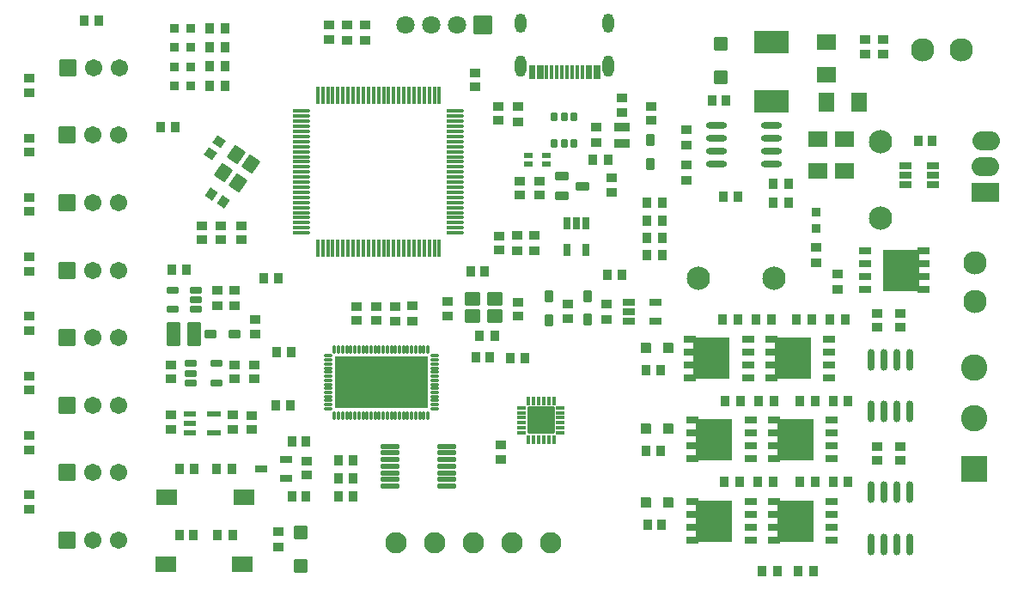
<source format=gts>
G04 Layer: TopSolderMaskLayer*
G04 EasyEDA Pro v3.2.69, 2026-02-19 03:55:46*
G04 Gerber Generator version 0.3*
G04 Scale: 100 percent, Rotated: No, Reflected: No*
G04 Dimensions in millimeters*
G04 Leading zeros omitted, absolute positions, 4 integers and 5 decimals*
G04 Generated by one-click*
%FSLAX45Y45*%
%MOMM*%
%AMRoundRect*1,1,$1,$2,$3*1,1,$1,$4,$5*1,1,$1,0-$2,0-$3*1,1,$1,0-$4,0-$5*20,1,$1,$2,$3,$4,$5,0*20,1,$1,$4,$5,0-$2,0-$3,0*20,1,$1,0-$2,0-$3,0-$4,0-$5,0*20,1,$1,0-$4,0-$5,$2,$3,0*4,1,4,$2,$3,$4,$5,0-$2,0-$3,0-$4,0-$5,$2,$3,0*%
%ADD10O,0.402X1.702*%
%ADD11O,1.702X0.402*%
%ADD12RoundRect,0.102X-0.59805X-0.06955X-0.13919X0.58577*%
%ADD13RoundRect,0.102X0.06955X-0.59805X-0.58577X-0.13919*%
%ADD14RoundRect,0.102X-0.4X0.45X0.4X0.45*%
%ADD15RoundRect,0.1X-0.15X0.65X0.15X0.65*%
%ADD16O,1.102X1.902*%
%ADD17O,1.1029X2.102*%
%ADD18O,1.102X2.102*%
%ADD19RoundRect,0.1016X-0.40324X0.432X0.40324X0.432*%
%ADD20RoundRect,0.1016X-0.432X-0.40324X-0.432X0.40324*%
%ADD21RoundRect,0.102X-0.45X-0.4X-0.45X0.4*%
%ADD22RoundRect,0.102X-0.95X0.75X0.95X0.75*%
%ADD23RoundRect,0.1016X-0.40005X-0.40005X-0.40005X0.40005*%
%ADD24C,2.3*%
%ADD25O,2.702X1.902*%
%ADD26RoundRect,0.102X-1.3X-0.9X-1.3X0.9*%
%ADD27RoundRect,0.102X-0.62501X0.35X0.62501X0.35*%
%ADD28RoundRect,0.102X-0.35X0.1025X0.35X0.1025*%
%ADD29RoundRect,0.102X-0.1025X0.35X0.1025X0.35*%
%ADD30RoundRect,0.102X-4.5X2.5X4.5X2.5*%
%ADD31RoundRect,0.102X-0.7X0.6X0.7X0.6*%
%ADD32RoundRect,0.102X-0.535X0.3X0.535X0.3*%
%ADD33C,2.602*%
%ADD34RoundRect,0.102X-1.25X-1.25X-1.25X1.25*%
%ADD35C,2.102*%
%ADD36C,2.302*%
%ADD37RoundRect,0.102X-0.85X0.2X0.85X0.2*%
%ADD38O,0.69001X2.14701*%
%ADD39RoundRect,0.1016X-0.5X-0.3X-0.5X0.3*%
%ADD40RoundRect,0.1016X-0.55X-0.3X-0.55X0.3*%
%ADD41RoundRect,0.1016X-1.7X-2.0X-1.7X2.0*%
%ADD42O,2.05221X0.6704*%
%ADD43RoundRect,0.1016X-0.86399X-0.74251X-0.86399X0.74251*%
%ADD44RoundRect,0.10201X-0.55X0.3X0.55X0.3*%
%ADD45RoundRect,0.102X-0.6X-0.6X-0.6X0.6*%
%ADD46RoundRect,0.102X-1.66X-1.075X-1.66X1.075*%
%ADD47RoundRect,0.1016X-0.74251X0.86399X0.74251X0.86399*%
%ADD48RoundRect,0.102X-0.5225X-0.266X-0.5225X0.266*%
%ADD49RoundRect,0.102X-0.6X1.1X0.6X1.1*%
%ADD50RoundRect,0.102X-0.5X0.37501X0.5X0.37501*%
%ADD51RoundRect,0.1905X-0.43835X0.39825X0.43835X0.39825*%
%ADD52RoundRect,0.10003X-0.3325X-0.14X-0.3325X0.14*%
%ADD53RoundRect,0.10003X-0.14X-0.3325X-0.14X0.3325*%
%ADD54RoundRect,0.10003X-1.275X-1.275X-1.275X1.275*%
%ADD55RoundRect,0.10003X-0.55X0.3X0.55X0.3*%
%ADD56RoundRect,0.102X-0.8X0.8X0.8X0.8*%
%ADD57C,1.702*%
%ADD58RoundRect,0.102X-0.3X-0.55X-0.3X0.55*%
%ADD59RoundRect,0.102X-0.5X-0.27501X-0.5X0.27501*%
%ADD60RoundRect,0.102X-0.5785X-0.245X-0.5785X0.245*%
%ADD61RoundRect,0.102X-0.5875X-0.245X-0.5875X0.245*%
%ADD62RoundRect,0.102X-0.37501X-0.5X-0.37501X0.5*%
%ADD63RoundRect,0.1016X-0.40005X0.40005X0.40005X0.40005*%
%ADD64RoundRect,0.102X-0.89299X-0.22926X-0.08999X0.91755*%
%ADD65RoundRect,0.182X-0.66X-0.36X-0.66X0.36*%
%ADD66RoundRect,0.1016X-0.432X-0.4X-0.432X0.4*%
%ADD67RoundRect,0.1566X-0.24751X-0.345X-0.24751X0.345*%
%ADD68RoundRect,0.102X-0.4X-0.2X-0.4X0.2*%
%ADD69RoundRect,0.102X-0.85X0.85X0.85X0.85*%
%ADD70C,1.802*%
G75*


G04 Pad Start*
G54D10*
G01X-2354091Y693705D03*
G01X-2304104Y693705D03*
G01X-2254091Y693705D03*
G01X-2204104Y693705D03*
G01X-2154091Y693705D03*
G01X-2104104Y693705D03*
G01X-2054092Y693705D03*
G01X-2004104Y693705D03*
G01X-1954092Y693705D03*
G01X-1904105Y693705D03*
G01X-1854092Y693705D03*
G01X-1804079Y693705D03*
G01X-1754092Y693705D03*
G01X-1704080Y693705D03*
G01X-1654092Y693705D03*
G01X-1604080Y693705D03*
G01X-1554093Y693705D03*
G01X-1504080Y693705D03*
G01X-1454093Y693705D03*
G01X-1404080Y693705D03*
G01X-1354093Y693705D03*
G01X-1304080Y693705D03*
G01X-1254093Y693705D03*
G01X-1204081Y693705D03*
G01X-1154093Y693705D03*
G54D11*
G01X-999103Y538714D03*
G01X-999103Y488727D03*
G01X-999103Y438715D03*
G01X-999103Y388727D03*
G01X-999103Y338715D03*
G01X-999103Y288728D03*
G01X-999103Y238715D03*
G01X-999103Y188728D03*
G01X-999103Y138715D03*
G01X-999103Y88728D03*
G01X-999103Y38715D03*
G01X-999103Y-11297D03*
G01X-999103Y-61284D03*
G01X-999103Y-111297D03*
G01X-999103Y-161284D03*
G01X-999103Y-211297D03*
G01X-999103Y-261284D03*
G01X-999103Y-311297D03*
G01X-999103Y-361284D03*
G01X-999103Y-411296D03*
G01X-999103Y-461284D03*
G01X-999103Y-511296D03*
G01X-999103Y-561283D03*
G01X-999103Y-611296D03*
G01X-999103Y-661283D03*
G54D10*
G01X-1154093Y-816274D03*
G01X-1204081Y-816274D03*
G01X-1254093Y-816274D03*
G01X-1304080Y-816274D03*
G01X-1354093Y-816274D03*
G01X-1404080Y-816274D03*
G01X-1454093Y-816274D03*
G01X-1504080Y-816274D03*
G01X-1554093Y-816274D03*
G01X-1604080Y-816274D03*
G01X-1654092Y-816274D03*
G01X-1704080Y-816274D03*
G01X-1754092Y-816274D03*
G01X-1804079Y-816274D03*
G01X-1854092Y-816274D03*
G01X-1904105Y-816274D03*
G01X-1954092Y-816274D03*
G01X-2004104Y-816274D03*
G01X-2054092Y-816274D03*
G01X-2104104Y-816274D03*
G01X-2154091Y-816274D03*
G01X-2204104Y-816274D03*
G01X-2254091Y-816274D03*
G01X-2304104Y-816274D03*
G01X-2354091Y-816274D03*
G54D11*
G01X-2509082Y-661283D03*
G01X-2509082Y-611296D03*
G01X-2509082Y-561283D03*
G01X-2509082Y-511296D03*
G01X-2509082Y-461284D03*
G01X-2509082Y-411296D03*
G01X-2509082Y-361284D03*
G01X-2509082Y-311297D03*
G01X-2509082Y-261284D03*
G01X-2509082Y-211297D03*
G01X-2509082Y-161284D03*
G01X-2509082Y-111297D03*
G01X-2509082Y-61284D03*
G01X-2509082Y-11297D03*
G01X-2509082Y38715D03*
G01X-2509082Y88728D03*
G01X-2509082Y138715D03*
G01X-2509082Y188728D03*
G01X-2509082Y238715D03*
G01X-2509082Y288728D03*
G01X-2509082Y338715D03*
G01X-2509082Y388727D03*
G01X-2509082Y438715D03*
G01X-2509082Y488727D03*
G01X-2509082Y538714D03*
G54D12*
G01X-3328406Y236058D03*
G01X-3408709Y121373D03*
G54D13*
G01X-3285967Y-359236D03*
G01X-3400652Y-278933D03*
G54D14*
G01X-848895Y-1041285D03*
G01X-708891Y-1041285D03*
G54D15*
G01X414019Y921532D03*
G01X384022Y921532D03*
G01X334009Y921532D03*
G01X304012Y921532D03*
G01X254025Y921532D03*
G01X204012Y921532D03*
G01X154025Y921532D03*
G01X104012Y921532D03*
G01X54025Y921532D03*
G01X4013Y921532D03*
G01X-95987Y921532D03*
G01X-225984Y921532D03*
G01X-255982Y921532D03*
G01X-45949Y921532D03*
G01X-145972Y921529D03*
G01X-175969Y921529D03*
G54D16*
G01X511022Y1404538D03*
G01X-352984Y1404538D03*
G54D18*
G01X-352984Y986530D03*
G01X511022Y986530D03*
G54D19*
G01X2285058Y-181320D03*
G01X2134385Y-181320D03*
G54D20*
G01X389456Y227040D03*
G01X389456Y377713D03*
G54D21*
G01X641445Y668718D03*
G01X641445Y528713D03*
G54D19*
G01X-3350238Y-2985973D03*
G01X-3199565Y-2985973D03*
G54D14*
G01X-3714228Y-2985703D03*
G01X-3574223Y-2985703D03*
G54D22*
G01X-3843652Y-3267882D03*
G01X-3083654Y-3267882D03*
G54D19*
G01X-3341972Y-3641382D03*
G01X-3191299Y-3641382D03*
G54D14*
G01X-3715752Y-3641112D03*
G01X-3575747Y-3641112D03*
G54D22*
G01X-3093748Y-3926846D03*
G01X-3853746Y-3926846D03*
G54D19*
G01X-3416182Y791196D03*
G01X-3265510Y791196D03*
G54D23*
G01X-3764124Y790434D03*
G01X-3604104Y790942D03*
G01X-3764124Y1165215D03*
G01X-3604104Y1165723D03*
G01X-3764124Y977825D03*
G01X-3604104Y978333D03*
G01X-3764124Y1352605D03*
G01X-3604104Y1353113D03*
G54D19*
G01X-3265510Y1165977D03*
G01X-3416182Y1165977D03*
G01X-3265510Y978587D03*
G01X-3416182Y978587D03*
G01X-3265510Y1353367D03*
G01X-3416182Y1353367D03*
G54D24*
G01X3610524Y1147024D03*
G01X3991524Y1147024D03*
G54D20*
G01X-1888557Y1240502D03*
G01X-1888557Y1391175D03*
G54D21*
G01X-2238557Y1248714D03*
G01X-2238557Y1388719D03*
G01X546840Y-258842D03*
G01X546840Y-118837D03*
G01X-3305656Y-590103D03*
G01X-3305656Y-730108D03*
G01X-3109308Y-591482D03*
G01X-3109308Y-731487D03*
G54D25*
G01X4229917Y-6012D03*
G01X4230908Y248013D03*
G54D26*
G01X4229917Y-260012D03*
G54D21*
G01X-165254Y-289257D03*
G01X-165254Y-149253D03*
G01X-365754Y-289257D03*
G01X-365754Y-149253D03*
G54D27*
G01X52246Y-104259D03*
G01X52246Y-294251D03*
G01X252245Y-199255D03*
G54D14*
G01X1023449Y-2014184D03*
G01X883444Y-2014184D03*
G01X-3761705Y383322D03*
G01X-3901710Y383322D03*
G01X-2744141Y-1107845D03*
G01X-2884146Y-1107845D03*
G54D21*
G01X-569443Y-831492D03*
G01X-569443Y-691487D03*
G54D14*
G01X-4653315Y1430083D03*
G01X-4513311Y1430083D03*
G54D28*
G01X-2252536Y-1874497D03*
G01X-2252536Y-1914502D03*
G01X-2252536Y-1954481D03*
G01X-2252536Y-1994486D03*
G01X-2252536Y-2034491D03*
G01X-2252536Y-2074496D03*
G01X-2252536Y-2114501D03*
G01X-2252536Y-2154481D03*
G01X-2252536Y-2194486D03*
G01X-2252536Y-2234491D03*
G01X-2252536Y-2274496D03*
G01X-2252536Y-2314501D03*
G01X-2252536Y-2354480D03*
G01X-2252536Y-2394485D03*
G54D29*
G01X-2187538Y-2459484D03*
G01X-2147533Y-2459484D03*
G01X-2107553Y-2459484D03*
G01X-2067548Y-2459484D03*
G01X-2027543Y-2459484D03*
G01X-1987538Y-2459484D03*
G01X-1947533Y-2459484D03*
G01X-1907553Y-2459484D03*
G01X-1867548Y-2459484D03*
G01X-1827543Y-2459484D03*
G01X-1787538Y-2459484D03*
G01X-1747533Y-2459484D03*
G01X-1707554Y-2459484D03*
G01X-1667549Y-2459484D03*
G01X-1627544Y-2459484D03*
G01X-1587539Y-2459484D03*
G01X-1547534Y-2459484D03*
G01X-1507554Y-2459484D03*
G01X-1467549Y-2459484D03*
G01X-1427544Y-2459484D03*
G01X-1387539Y-2459484D03*
G01X-1347534Y-2459484D03*
G01X-1307555Y-2459484D03*
G01X-1267550Y-2459484D03*
G54D28*
G01X-1202526Y-2394485D03*
G01X-1202526Y-2354480D03*
G01X-1202526Y-2314501D03*
G01X-1202526Y-2274496D03*
G01X-1202526Y-2234491D03*
G01X-1202526Y-2194486D03*
G01X-1202526Y-2154481D03*
G01X-1202526Y-2114501D03*
G01X-1202526Y-2074496D03*
G01X-1202526Y-2034491D03*
G01X-1202526Y-1994486D03*
G01X-1202526Y-1954481D03*
G01X-1202526Y-1914502D03*
G01X-1202526Y-1874497D03*
G54D29*
G01X-1267550Y-1809498D03*
G01X-1307555Y-1809498D03*
G01X-1347534Y-1809498D03*
G01X-1387539Y-1809498D03*
G01X-1427544Y-1809498D03*
G01X-1467549Y-1809498D03*
G01X-1507554Y-1809498D03*
G01X-1547534Y-1809498D03*
G01X-1587539Y-1809498D03*
G01X-1627544Y-1809498D03*
G01X-1667549Y-1809498D03*
G01X-1707554Y-1809498D03*
G01X-1747533Y-1809498D03*
G01X-1787538Y-1809498D03*
G01X-1827543Y-1809498D03*
G01X-1867548Y-1809498D03*
G01X-1907553Y-1809498D03*
G01X-1947533Y-1809498D03*
G01X-1987538Y-1809498D03*
G01X-2027543Y-1809498D03*
G01X-2067548Y-1809498D03*
G01X-2107553Y-1809498D03*
G01X-2147533Y-1809498D03*
G01X-2187538Y-1809498D03*
G54D30*
G01X-1727544Y-2134491D03*
G54D31*
G01X-609767Y-1309057D03*
G01X-829782Y-1309057D03*
G01X-829782Y-1484063D03*
G01X-609767Y-1484063D03*
G54D21*
G01X-1072822Y-1480136D03*
G01X-1072822Y-1340131D03*
G01X-376662Y-1481930D03*
G01X-376662Y-1341925D03*
G54D19*
G01X-609767Y-1677014D03*
G01X-760440Y-1677014D03*
G54D14*
G01X-2470294Y-3255102D03*
G01X-2610299Y-3255102D03*
G01X-2470294Y-2718666D03*
G01X-2610299Y-2718666D03*
G01X-315721Y-1895058D03*
G01X-455726Y-1895058D03*
G01X-656109Y-1891222D03*
G01X-796114Y-1891222D03*
G01X-2764324Y-2360922D03*
G01X-2624320Y-2360922D03*
G54D21*
G01X-1776148Y-1387713D03*
G01X-1776148Y-1527718D03*
G54D14*
G01X-2757502Y-1834398D03*
G01X-2617497Y-1834398D03*
G54D21*
G01X-1590150Y-1388130D03*
G01X-1590150Y-1528135D03*
G01X-1971966Y-1387713D03*
G01X-1971966Y-1527718D03*
G54D32*
G01X-2666879Y-3080969D03*
G01X-2666879Y-2890977D03*
G01X-2913894Y-2985973D03*
G54D20*
G01X-2739803Y-3606046D03*
G01X-2739803Y-3756718D03*
G54D19*
G01X2134385Y-359628D03*
G01X2285058Y-359628D03*
G54D14*
G01X501895Y-1078759D03*
G01X641899Y-1078759D03*
G54D33*
G01X4116944Y-1989830D03*
G01X4116944Y-2489832D03*
G54D34*
G01X4116944Y-2989831D03*
G54D35*
G01X-1582520Y-3712859D03*
G01X-1201520Y-3712859D03*
G01X-820520Y-3712859D03*
G01X-439520Y-3712859D03*
G01X-58520Y-3712859D03*
G54D36*
G01X2144441Y-1112390D03*
G01X1394455Y-1112390D03*
G54D37*
G01X-1078500Y-3156384D03*
G01X-1078500Y-3091385D03*
G01X-1078500Y-3026387D03*
G01X-1078500Y-2961388D03*
G01X-1078500Y-2896389D03*
G01X-1078500Y-2831391D03*
G01X-1078500Y-2766392D03*
G01X-1638494Y-2766392D03*
G01X-1638494Y-2831391D03*
G01X-1638494Y-2896389D03*
G01X-1638494Y-2961388D03*
G01X-1638494Y-3026387D03*
G01X-1638494Y-3091385D03*
G01X-1638494Y-3156384D03*
G54D38*
G01X3481144Y-1911114D03*
G01X3354144Y-1911114D03*
G01X3227144Y-1911114D03*
G01X3100144Y-1911114D03*
G01X3481144Y-2425108D03*
G01X3354144Y-2425108D03*
G01X3227144Y-2425108D03*
G01X3100144Y-2425108D03*
G01X3481144Y-3217798D03*
G01X3354144Y-3217798D03*
G01X3227144Y-3217798D03*
G01X3100144Y-3217798D03*
G01X3481144Y-3731793D03*
G01X3354144Y-3731793D03*
G01X3227144Y-3731793D03*
G01X3100144Y-3731793D03*
G54D21*
G01X3384245Y-2907648D03*
G01X3384245Y-2767643D03*
G54D39*
G01X1310755Y-1706740D03*
G01X1310755Y-1833740D03*
G01X1310755Y-1960740D03*
G01X1310755Y-2087740D03*
G54D40*
G01X1885761Y-2087740D03*
G01X1885761Y-1960740D03*
G01X1885761Y-1833740D03*
G01X1885761Y-1706740D03*
G54D41*
G01X1524446Y-1897240D03*
G54D39*
G01X2114142Y-1706740D03*
G01X2114142Y-1833740D03*
G01X2114142Y-1960740D03*
G01X2114142Y-2087740D03*
G54D40*
G01X2689147Y-2087740D03*
G01X2689147Y-1960740D03*
G01X2689147Y-1833740D03*
G01X2689147Y-1706740D03*
G54D41*
G01X2327832Y-1897240D03*
G54D19*
G01X2518367Y-1518884D03*
G01X2367694Y-1518884D03*
G54D39*
G01X1336155Y-2509484D03*
G01X1336155Y-2636484D03*
G01X1336155Y-2763484D03*
G01X1336155Y-2890484D03*
G54D40*
G01X1911161Y-2890484D03*
G01X1911161Y-2763484D03*
G01X1911161Y-2636484D03*
G01X1911161Y-2509484D03*
G54D41*
G01X1549846Y-2699984D03*
G54D39*
G01X2139542Y-2509484D03*
G01X2139542Y-2636484D03*
G01X2139542Y-2763484D03*
G01X2139542Y-2890484D03*
G54D40*
G01X2714547Y-2890484D03*
G01X2714547Y-2763484D03*
G01X2714547Y-2636484D03*
G01X2714547Y-2509484D03*
G54D41*
G01X2353232Y-2699984D03*
G54D19*
G01X2547223Y-2317602D03*
G01X2396550Y-2317602D03*
G54D39*
G01X1336155Y-3310863D03*
G01X1336155Y-3437863D03*
G01X1336155Y-3564863D03*
G01X1336155Y-3691863D03*
G54D40*
G01X1911161Y-3691863D03*
G01X1911161Y-3564863D03*
G01X1911161Y-3437863D03*
G01X1911161Y-3310863D03*
G54D41*
G01X1549846Y-3501363D03*
G54D39*
G01X2139542Y-3310863D03*
G01X2139542Y-3437863D03*
G01X2139542Y-3564863D03*
G01X2139542Y-3691863D03*
G54D40*
G01X2714547Y-3691863D03*
G01X2714547Y-3564863D03*
G01X2714547Y-3437863D03*
G01X2714547Y-3310863D03*
G54D41*
G01X2353232Y-3501363D03*
G54D19*
G01X2547223Y-3113404D03*
G01X2396550Y-3113404D03*
G54D20*
G01X494394Y-1512696D03*
G01X494394Y-1362023D03*
G54D39*
G01X3613902Y-1219491D03*
G01X3613902Y-1092491D03*
G01X3613902Y-965491D03*
G01X3613902Y-838491D03*
G54D40*
G01X3038897Y-838491D03*
G01X3038897Y-965491D03*
G01X3038897Y-1092491D03*
G01X3038897Y-1219491D03*
G54D41*
G01X3400212Y-1028991D03*
G54D20*
G01X2774187Y-1065848D03*
G01X2774187Y-1216521D03*
G54D19*
G01X2025673Y-3995154D03*
G01X2176346Y-3995154D03*
G01X2382696Y-3995154D03*
G01X2533369Y-3995154D03*
G54D20*
G01X-220624Y-834162D03*
G01X-220624Y-683489D03*
G01X-388838Y-683489D03*
G01X-388838Y-834162D03*
G01X3216288Y1097636D03*
G01X3216288Y1248309D03*
G01X3041449Y1248309D03*
G01X3041449Y1097636D03*
G54D19*
G01X1045385Y-537866D03*
G01X894712Y-537866D03*
G01X894712Y-359628D03*
G01X1045385Y-359628D03*
G01X1045385Y-708971D03*
G01X894712Y-708971D03*
G01X894712Y-882811D03*
G01X1045385Y-882811D03*
G54D20*
G01X114998Y-1359048D03*
G01X114998Y-1509721D03*
G54D19*
G01X-2152729Y-3255102D03*
G01X-2002056Y-3255102D03*
G01X-2152729Y-3077855D03*
G01X-2002056Y-3077855D03*
G01X-2152729Y-2900607D03*
G01X-2002056Y-2900607D03*
G54D42*
G01X1578938Y399601D03*
G01X1578938Y272601D03*
G01X1578938Y145601D03*
G01X1578938Y18601D03*
G01X2119958Y399601D03*
G01X2119958Y272601D03*
G01X2119958Y145601D03*
G01X2119958Y18601D03*
G54D43*
G01X2840048Y264554D03*
G01X2840048Y-53962D03*
G54D44*
G01X3438091Y-187162D03*
G01X3438091Y-92166D03*
G01X3438091Y2830D03*
G01X3708093Y2830D03*
G01X3708093Y-92166D03*
G01X3708093Y-187162D03*
G54D14*
G01X3705228Y244638D03*
G01X3565223Y244638D03*
G01X1023449Y-2808043D03*
G01X883444Y-2808043D03*
G01X1788285Y-305872D03*
G01X1648280Y-305872D03*
G01X1531796Y640126D03*
G01X1671801Y640126D03*
G54D45*
G01X1619780Y1199960D03*
G01X1619780Y872960D03*
G54D46*
G01X2119958Y1217995D03*
G01X2119958Y635421D03*
G54D43*
G01X2661740Y1216201D03*
G01X2661740Y897685D03*
G54D47*
G01X2659989Y630314D03*
G01X2978505Y630314D03*
G54D20*
G01X1281317Y352430D03*
G01X1281317Y201757D03*
G01X1281317Y-142026D03*
G01X1281317Y8647D03*
G54D48*
G01X-3551099Y-1417621D03*
G01X-3551099Y-1322625D03*
G01X-3551099Y-1227629D03*
G01X-3780613Y-1227629D03*
G01X-3780613Y-1417621D03*
G54D49*
G01X-3567225Y-1655058D03*
G01X-3772864Y-1655058D03*
G54D50*
G01X-3410841Y-1655058D03*
G01X-3176323Y-1655058D03*
G54D20*
G01X-3170650Y-1381350D03*
G01X-3170650Y-1230677D03*
G01X-3339052Y-1230677D03*
G01X-3339052Y-1381350D03*
G54D21*
G01X-2972436Y-1655812D03*
G01X-2972436Y-1515807D03*
G54D14*
G01X1036547Y-3538499D03*
G01X896542Y-3538499D03*
G54D20*
G01X-2060904Y1389063D03*
G01X-2060904Y1238390D03*
G54D21*
G01X-545725Y-2891384D03*
G01X-545725Y-2751380D03*
G54D51*
G01X1100444Y-1796977D03*
G01X883444Y-1796977D03*
G01X1100444Y-2592952D03*
G01X883444Y-2592952D03*
G01X1101219Y-3322540D03*
G01X884219Y-3322540D03*
G54D52*
G01X-341810Y-2384491D03*
G01X-341810Y-2434478D03*
G01X-341810Y-2484490D03*
G01X-341810Y-2534478D03*
G01X-341810Y-2584490D03*
G01X-341810Y-2634477D03*
G54D53*
G01X-276049Y-2700238D03*
G01X-226062Y-2700238D03*
G01X-176049Y-2700238D03*
G01X-126062Y-2700238D03*
G01X-76050Y-2700238D03*
G01X-26062Y-2700238D03*
G54D52*
G01X39698Y-2634477D03*
G01X39698Y-2584490D03*
G01X39698Y-2534478D03*
G01X39698Y-2484490D03*
G01X39698Y-2434478D03*
G01X39698Y-2384491D03*
G54D53*
G01X-26062Y-2318730D03*
G01X-76050Y-2318730D03*
G01X-126062Y-2318730D03*
G01X-176049Y-2318730D03*
G01X-226062Y-2318730D03*
G01X-276049Y-2318730D03*
G54D54*
G01X-151056Y-2509484D03*
G54D21*
G01X3161744Y-1593505D03*
G01X3161744Y-1453500D03*
G01X3384245Y-1593505D03*
G01X3384245Y-1453500D03*
G01X3161744Y-2907648D03*
G01X3161744Y-2767643D03*
G54D19*
G01X1963745Y-1518884D03*
G01X2114418Y-1518884D03*
G01X1993408Y-2316803D03*
G01X2144081Y-2316803D03*
G01X1983408Y-3113404D03*
G01X2134081Y-3113404D03*
G01X1785781Y-1518884D03*
G01X1635108Y-1518884D03*
G01X2724577Y-2318984D03*
G01X2875250Y-2318984D03*
G01X1813881Y-2316803D03*
G01X1663208Y-2316803D03*
G01X1803881Y-3113404D03*
G01X1653208Y-3113404D03*
G01X2724577Y-3113404D03*
G01X2875250Y-3113404D03*
G01X2694608Y-1518884D03*
G01X2845281Y-1518884D03*
G54D55*
G01X971438Y-1342277D03*
G01X971438Y-1532269D03*
G01X711444Y-1342277D03*
G01X711444Y-1532269D03*
G01X711444Y-1437273D03*
G54D56*
G01X-4818545Y968729D03*
G54D57*
G01X-4564545Y968703D03*
G01X-4310545Y968703D03*
G54D56*
G01X-4822558Y302886D03*
G54D57*
G01X-4568558Y302861D03*
G01X-4314558Y302861D03*
G54D56*
G01X-4822558Y-362956D03*
G54D57*
G01X-4568558Y-362981D03*
G01X-4314558Y-362981D03*
G54D56*
G01X-4822558Y-1028798D03*
G54D57*
G01X-4568558Y-1028824D03*
G01X-4314558Y-1028824D03*
G54D56*
G01X-4822558Y-1694641D03*
G54D57*
G01X-4568558Y-1694666D03*
G01X-4314558Y-1694666D03*
G54D56*
G01X-4822558Y-2360483D03*
G54D57*
G01X-4568558Y-2360508D03*
G01X-4314558Y-2360508D03*
G54D56*
G01X-4822558Y-3026325D03*
G54D57*
G01X-4568558Y-3026351D03*
G01X-4314558Y-3026351D03*
G54D56*
G01X-4822558Y-3692168D03*
G54D57*
G01X-4568558Y-3692193D03*
G01X-4314558Y-3692193D03*
G54D58*
G01X290142Y-827811D03*
G01X100150Y-827811D03*
G01X100150Y-567791D03*
G01X195146Y-567791D03*
G01X290142Y-567791D03*
G54D20*
G01X-1419532Y-1533826D03*
G01X-1419532Y-1383153D03*
G54D45*
G01X-2518762Y-3942250D03*
G01X-2518762Y-3615251D03*
G54D14*
G01X-3789863Y-1023330D03*
G01X-3649858Y-1023330D03*
G54D21*
G01X-2459286Y-2908225D03*
G01X-2459286Y-3048230D03*
G54D43*
G01X2574638Y264554D03*
G01X2574638Y-53962D03*
G54D36*
G01X3196852Y-516407D03*
G01X3196852Y233579D03*
G54D21*
G01X-3802789Y-1961435D03*
G01X-3802789Y-2101440D03*
G01X-3173395Y-1961435D03*
G01X-3173395Y-2101440D03*
G01X-2980873Y-1961435D03*
G01X-2980873Y-2101440D03*
G54D59*
G01X-3354858Y-1950009D03*
G01X-3354858Y-2140026D03*
G01X-3609137Y-2140026D03*
G01X-3609137Y-2045030D03*
G01X-3609137Y-1950009D03*
G54D21*
G01X-3803431Y-2456448D03*
G01X-3803431Y-2596453D03*
G01X-3189367Y-2456448D03*
G01X-3189367Y-2596453D03*
G01X-3000660Y-2461877D03*
G01X-3000660Y-2601882D03*
G54D60*
G01X-3609470Y-2442386D03*
G01X-3609470Y-2537382D03*
G01X-3609470Y-2632378D03*
G54D61*
G01X-3378737Y-2632378D03*
G01X-3378737Y-2442386D03*
G54D24*
G01X4127828Y-1334117D03*
G01X4127828Y-953117D03*
G54D62*
G01X-72316Y-1285995D03*
G01X-72316Y-1520514D03*
G01X302311Y-1282499D03*
G01X302311Y-1517017D03*
G54D21*
G01X-5194315Y-2071368D03*
G01X-5194315Y-2211373D03*
G01X-5194315Y-2658036D03*
G01X-5194315Y-2798041D03*
G01X-5194315Y-3244705D03*
G01X-5194315Y-3384710D03*
G01X-5194315Y-1484700D03*
G01X-5194315Y-1624705D03*
G01X-5194315Y275305D03*
G01X-5194315Y135300D03*
G01X-5194315Y-311363D03*
G01X-5194315Y-451368D03*
G01X-5194315Y-898031D03*
G01X-5194315Y-1038036D03*
G01X-5194315Y861973D03*
G01X-5194315Y721969D03*
G54D19*
G01X507282Y57284D03*
G01X356609Y57284D03*
G54D63*
G01X2554679Y-458228D03*
G01X2555187Y-618248D03*
G54D20*
G01X2555441Y-804786D03*
G01X2555441Y-955459D03*
G54D64*
G01X-3141330Y-166566D03*
G01X-3015135Y13660D03*
G01X-3154393Y111169D03*
G01X-3280588Y-69057D03*
G54D65*
G01X641445Y378505D03*
G01X641445Y218505D03*
G54D62*
G01X928190Y256141D03*
G01X928190Y21623D03*
G54D66*
G01X931445Y588706D03*
G01X931445Y448726D03*
G54D21*
G01X-798556Y778714D03*
G01X-798556Y918719D03*
G01X-575769Y448715D03*
G01X-575769Y588720D03*
G54D20*
G01X-378556Y433379D03*
G01X-378556Y584052D03*
G54D67*
G01X-19992Y220000D03*
G01X170000Y220000D03*
G01X75004Y220000D03*
G01X-19992Y486446D03*
G01X170000Y486446D03*
G01X75004Y486446D03*
G54D68*
G01X-280548Y99226D03*
G01X-280396Y19369D03*
G01X-100447Y19298D03*
G01X-100396Y99379D03*
G54D69*
G01X-728475Y1388716D03*
G54D70*
G01X-982475Y1388716D03*
G01X-1236475Y1388716D03*
G01X-1490475Y1388716D03*
G54D66*
G01X-3498340Y-731474D03*
G01X-3498340Y-591495D03*
G04 Pad End*

M02*


</source>
